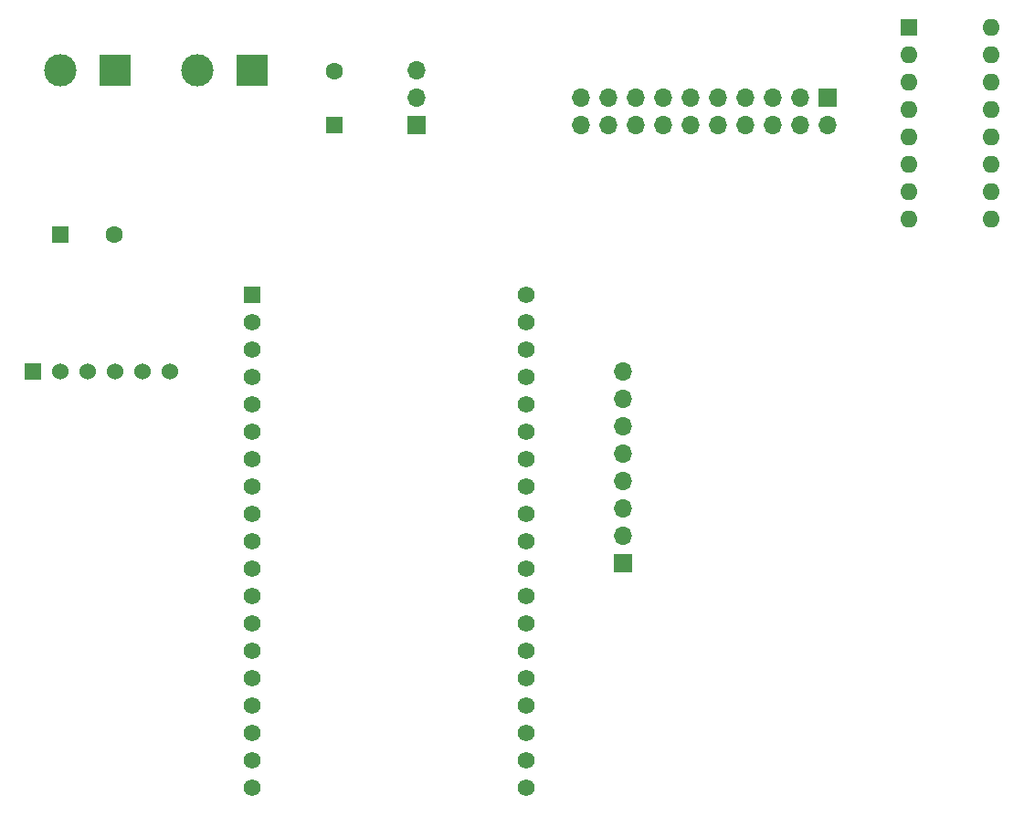
<source format=gbr>
%TF.GenerationSoftware,KiCad,Pcbnew,6.0.2+dfsg-1*%
%TF.CreationDate,2023-04-20T15:10:53+02:00*%
%TF.ProjectId,login-controller,6c6f6769-6e2d-4636-9f6e-74726f6c6c65,rev?*%
%TF.SameCoordinates,Original*%
%TF.FileFunction,Soldermask,Bot*%
%TF.FilePolarity,Negative*%
%FSLAX46Y46*%
G04 Gerber Fmt 4.6, Leading zero omitted, Abs format (unit mm)*
G04 Created by KiCad (PCBNEW 6.0.2+dfsg-1) date 2023-04-20 15:10:53*
%MOMM*%
%LPD*%
G01*
G04 APERTURE LIST*
%ADD10R,1.560000X1.560000*%
%ADD11C,1.560000*%
%ADD12R,1.700000X1.700000*%
%ADD13O,1.700000X1.700000*%
%ADD14R,1.600000X1.600000*%
%ADD15C,1.600000*%
%ADD16O,1.600000X1.600000*%
%ADD17R,3.000000X3.000000*%
%ADD18C,3.000000*%
%ADD19R,1.524000X1.524000*%
%ADD20C,1.524000*%
G04 APERTURE END LIST*
D10*
%TO.C,U1*%
X132080000Y-48820000D03*
D11*
X132080000Y-51360000D03*
X132080000Y-53900000D03*
X132080000Y-56440000D03*
X132080000Y-58980000D03*
X132080000Y-61520000D03*
X132080000Y-64060000D03*
X132080000Y-66600000D03*
X132080000Y-69140000D03*
X132080000Y-71680000D03*
X132080000Y-74220000D03*
X132080000Y-76760000D03*
X132080000Y-79300000D03*
X132080000Y-81840000D03*
X132080000Y-84380000D03*
X132080000Y-86920000D03*
X132080000Y-89460000D03*
X132080000Y-92000000D03*
X132080000Y-94540000D03*
X157480000Y-48820000D03*
X157480000Y-51360000D03*
X157480000Y-53900000D03*
X157480000Y-56440000D03*
X157480000Y-58980000D03*
X157480000Y-61520000D03*
X157480000Y-64060000D03*
X157480000Y-66600000D03*
X157480000Y-69140000D03*
X157480000Y-71680000D03*
X157480000Y-74220000D03*
X157480000Y-76760000D03*
X157480000Y-79300000D03*
X157480000Y-81840000D03*
X157480000Y-84380000D03*
X157480000Y-86920000D03*
X157480000Y-89460000D03*
X157480000Y-92000000D03*
X157480000Y-94540000D03*
%TD*%
D12*
%TO.C,U4*%
X147320000Y-33020000D03*
D13*
X147320000Y-30480000D03*
X147320000Y-27940000D03*
%TD*%
D14*
%TO.C,C2*%
X114340000Y-43220000D03*
D15*
X119340000Y-43220000D03*
%TD*%
D14*
%TO.C,SW1*%
X193000000Y-24000000D03*
D16*
X193000000Y-26540000D03*
X193000000Y-29080000D03*
X193000000Y-31620000D03*
X193000000Y-34160000D03*
X193000000Y-36700000D03*
X193000000Y-39240000D03*
X193000000Y-41780000D03*
X200620000Y-41780000D03*
X200620000Y-39240000D03*
X200620000Y-36700000D03*
X200620000Y-34160000D03*
X200620000Y-31620000D03*
X200620000Y-29080000D03*
X200620000Y-26540000D03*
X200620000Y-24000000D03*
%TD*%
D12*
%TO.C,U2*%
X166500000Y-73660000D03*
D13*
X166500000Y-71120000D03*
X166500000Y-68580000D03*
X166500000Y-66040000D03*
X166500000Y-63500000D03*
X166500000Y-60960000D03*
X166500000Y-58420000D03*
X166500000Y-55880000D03*
%TD*%
D17*
%TO.C,J2*%
X132080000Y-27940000D03*
D18*
X127000000Y-27940000D03*
%TD*%
D12*
%TO.C,J4*%
X185420000Y-30480000D03*
D13*
X185420000Y-33020000D03*
X182880000Y-30480000D03*
X182880000Y-33020000D03*
X180340000Y-30480000D03*
X180340000Y-33020000D03*
X177800000Y-30480000D03*
X177800000Y-33020000D03*
X175260000Y-30480000D03*
X175260000Y-33020000D03*
X172720000Y-30480000D03*
X172720000Y-33020000D03*
X170180000Y-30480000D03*
X170180000Y-33020000D03*
X167640000Y-30480000D03*
X167640000Y-33020000D03*
X165100000Y-30480000D03*
X165100000Y-33020000D03*
X162560000Y-30480000D03*
X162560000Y-33020000D03*
%TD*%
D17*
%TO.C,J1*%
X119380000Y-27940000D03*
D18*
X114300000Y-27940000D03*
%TD*%
D19*
%TO.C,U3*%
X111760000Y-55880000D03*
D20*
X114300000Y-55880000D03*
X116840000Y-55880000D03*
X119380000Y-55880000D03*
X121920000Y-55880000D03*
X124460000Y-55880000D03*
%TD*%
D14*
%TO.C,C1*%
X139700000Y-33020000D03*
D15*
X139700000Y-28020000D03*
%TD*%
M02*

</source>
